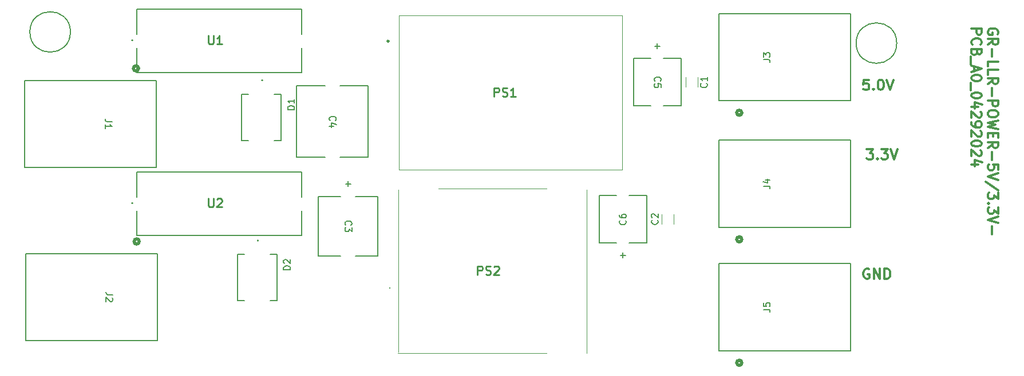
<source format=gbr>
%TF.GenerationSoftware,KiCad,Pcbnew,7.0.8*%
%TF.CreationDate,2024-04-29T16:46:21-06:00*%
%TF.ProjectId,GR-LRR-POWER-PCB-LOW-VOLTAGE,47522d4c-5252-42d5-904f-5745522d5043,rev?*%
%TF.SameCoordinates,Original*%
%TF.FileFunction,Legend,Top*%
%TF.FilePolarity,Positive*%
%FSLAX46Y46*%
G04 Gerber Fmt 4.6, Leading zero omitted, Abs format (unit mm)*
G04 Created by KiCad (PCBNEW 7.0.8) date 2024-04-29 16:46:21*
%MOMM*%
%LPD*%
G01*
G04 APERTURE LIST*
%ADD10C,0.200000*%
%ADD11C,0.300000*%
%ADD12C,0.150000*%
%ADD13C,0.254000*%
%ADD14C,0.152400*%
%ADD15C,0.100000*%
%ADD16C,0.508000*%
%ADD17C,0.120000*%
%ADD18C,0.127000*%
G04 APERTURE END LIST*
D10*
X238752400Y-112616800D02*
G75*
G03*
X238752400Y-112616800I-3000000J0D01*
G01*
X116527600Y-110965800D02*
G75*
G03*
X116527600Y-110965800I-3000000J0D01*
G01*
D11*
X253668742Y-111292225D02*
X253740171Y-111149368D01*
X253740171Y-111149368D02*
X253740171Y-110935082D01*
X253740171Y-110935082D02*
X253668742Y-110720796D01*
X253668742Y-110720796D02*
X253525885Y-110577939D01*
X253525885Y-110577939D02*
X253383028Y-110506510D01*
X253383028Y-110506510D02*
X253097314Y-110435082D01*
X253097314Y-110435082D02*
X252883028Y-110435082D01*
X252883028Y-110435082D02*
X252597314Y-110506510D01*
X252597314Y-110506510D02*
X252454457Y-110577939D01*
X252454457Y-110577939D02*
X252311600Y-110720796D01*
X252311600Y-110720796D02*
X252240171Y-110935082D01*
X252240171Y-110935082D02*
X252240171Y-111077939D01*
X252240171Y-111077939D02*
X252311600Y-111292225D01*
X252311600Y-111292225D02*
X252383028Y-111363653D01*
X252383028Y-111363653D02*
X252883028Y-111363653D01*
X252883028Y-111363653D02*
X252883028Y-111077939D01*
X252240171Y-112863653D02*
X252954457Y-112363653D01*
X252240171Y-112006510D02*
X253740171Y-112006510D01*
X253740171Y-112006510D02*
X253740171Y-112577939D01*
X253740171Y-112577939D02*
X253668742Y-112720796D01*
X253668742Y-112720796D02*
X253597314Y-112792225D01*
X253597314Y-112792225D02*
X253454457Y-112863653D01*
X253454457Y-112863653D02*
X253240171Y-112863653D01*
X253240171Y-112863653D02*
X253097314Y-112792225D01*
X253097314Y-112792225D02*
X253025885Y-112720796D01*
X253025885Y-112720796D02*
X252954457Y-112577939D01*
X252954457Y-112577939D02*
X252954457Y-112006510D01*
X252811600Y-113506510D02*
X252811600Y-114649368D01*
X252240171Y-116077939D02*
X252240171Y-115363653D01*
X252240171Y-115363653D02*
X253740171Y-115363653D01*
X252240171Y-117292225D02*
X252240171Y-116577939D01*
X252240171Y-116577939D02*
X253740171Y-116577939D01*
X252240171Y-118649368D02*
X252954457Y-118149368D01*
X252240171Y-117792225D02*
X253740171Y-117792225D01*
X253740171Y-117792225D02*
X253740171Y-118363654D01*
X253740171Y-118363654D02*
X253668742Y-118506511D01*
X253668742Y-118506511D02*
X253597314Y-118577940D01*
X253597314Y-118577940D02*
X253454457Y-118649368D01*
X253454457Y-118649368D02*
X253240171Y-118649368D01*
X253240171Y-118649368D02*
X253097314Y-118577940D01*
X253097314Y-118577940D02*
X253025885Y-118506511D01*
X253025885Y-118506511D02*
X252954457Y-118363654D01*
X252954457Y-118363654D02*
X252954457Y-117792225D01*
X252811600Y-119292225D02*
X252811600Y-120435083D01*
X252240171Y-121149368D02*
X253740171Y-121149368D01*
X253740171Y-121149368D02*
X253740171Y-121720797D01*
X253740171Y-121720797D02*
X253668742Y-121863654D01*
X253668742Y-121863654D02*
X253597314Y-121935083D01*
X253597314Y-121935083D02*
X253454457Y-122006511D01*
X253454457Y-122006511D02*
X253240171Y-122006511D01*
X253240171Y-122006511D02*
X253097314Y-121935083D01*
X253097314Y-121935083D02*
X253025885Y-121863654D01*
X253025885Y-121863654D02*
X252954457Y-121720797D01*
X252954457Y-121720797D02*
X252954457Y-121149368D01*
X253740171Y-122935083D02*
X253740171Y-123220797D01*
X253740171Y-123220797D02*
X253668742Y-123363654D01*
X253668742Y-123363654D02*
X253525885Y-123506511D01*
X253525885Y-123506511D02*
X253240171Y-123577940D01*
X253240171Y-123577940D02*
X252740171Y-123577940D01*
X252740171Y-123577940D02*
X252454457Y-123506511D01*
X252454457Y-123506511D02*
X252311600Y-123363654D01*
X252311600Y-123363654D02*
X252240171Y-123220797D01*
X252240171Y-123220797D02*
X252240171Y-122935083D01*
X252240171Y-122935083D02*
X252311600Y-122792226D01*
X252311600Y-122792226D02*
X252454457Y-122649368D01*
X252454457Y-122649368D02*
X252740171Y-122577940D01*
X252740171Y-122577940D02*
X253240171Y-122577940D01*
X253240171Y-122577940D02*
X253525885Y-122649368D01*
X253525885Y-122649368D02*
X253668742Y-122792226D01*
X253668742Y-122792226D02*
X253740171Y-122935083D01*
X253740171Y-124077940D02*
X252240171Y-124435083D01*
X252240171Y-124435083D02*
X253311600Y-124720797D01*
X253311600Y-124720797D02*
X252240171Y-125006512D01*
X252240171Y-125006512D02*
X253740171Y-125363655D01*
X253025885Y-125935083D02*
X253025885Y-126435083D01*
X252240171Y-126649369D02*
X252240171Y-125935083D01*
X252240171Y-125935083D02*
X253740171Y-125935083D01*
X253740171Y-125935083D02*
X253740171Y-126649369D01*
X252240171Y-128149369D02*
X252954457Y-127649369D01*
X252240171Y-127292226D02*
X253740171Y-127292226D01*
X253740171Y-127292226D02*
X253740171Y-127863655D01*
X253740171Y-127863655D02*
X253668742Y-128006512D01*
X253668742Y-128006512D02*
X253597314Y-128077941D01*
X253597314Y-128077941D02*
X253454457Y-128149369D01*
X253454457Y-128149369D02*
X253240171Y-128149369D01*
X253240171Y-128149369D02*
X253097314Y-128077941D01*
X253097314Y-128077941D02*
X253025885Y-128006512D01*
X253025885Y-128006512D02*
X252954457Y-127863655D01*
X252954457Y-127863655D02*
X252954457Y-127292226D01*
X252811600Y-128792226D02*
X252811600Y-129935084D01*
X253740171Y-131363655D02*
X253740171Y-130649369D01*
X253740171Y-130649369D02*
X253025885Y-130577941D01*
X253025885Y-130577941D02*
X253097314Y-130649369D01*
X253097314Y-130649369D02*
X253168742Y-130792227D01*
X253168742Y-130792227D02*
X253168742Y-131149369D01*
X253168742Y-131149369D02*
X253097314Y-131292227D01*
X253097314Y-131292227D02*
X253025885Y-131363655D01*
X253025885Y-131363655D02*
X252883028Y-131435084D01*
X252883028Y-131435084D02*
X252525885Y-131435084D01*
X252525885Y-131435084D02*
X252383028Y-131363655D01*
X252383028Y-131363655D02*
X252311600Y-131292227D01*
X252311600Y-131292227D02*
X252240171Y-131149369D01*
X252240171Y-131149369D02*
X252240171Y-130792227D01*
X252240171Y-130792227D02*
X252311600Y-130649369D01*
X252311600Y-130649369D02*
X252383028Y-130577941D01*
X253740171Y-131863655D02*
X252240171Y-132363655D01*
X252240171Y-132363655D02*
X253740171Y-132863655D01*
X253811600Y-134435083D02*
X251883028Y-133149369D01*
X253740171Y-134792226D02*
X253740171Y-135720798D01*
X253740171Y-135720798D02*
X253168742Y-135220798D01*
X253168742Y-135220798D02*
X253168742Y-135435083D01*
X253168742Y-135435083D02*
X253097314Y-135577941D01*
X253097314Y-135577941D02*
X253025885Y-135649369D01*
X253025885Y-135649369D02*
X252883028Y-135720798D01*
X252883028Y-135720798D02*
X252525885Y-135720798D01*
X252525885Y-135720798D02*
X252383028Y-135649369D01*
X252383028Y-135649369D02*
X252311600Y-135577941D01*
X252311600Y-135577941D02*
X252240171Y-135435083D01*
X252240171Y-135435083D02*
X252240171Y-135006512D01*
X252240171Y-135006512D02*
X252311600Y-134863655D01*
X252311600Y-134863655D02*
X252383028Y-134792226D01*
X252383028Y-136363654D02*
X252311600Y-136435083D01*
X252311600Y-136435083D02*
X252240171Y-136363654D01*
X252240171Y-136363654D02*
X252311600Y-136292226D01*
X252311600Y-136292226D02*
X252383028Y-136363654D01*
X252383028Y-136363654D02*
X252240171Y-136363654D01*
X253740171Y-136935083D02*
X253740171Y-137863655D01*
X253740171Y-137863655D02*
X253168742Y-137363655D01*
X253168742Y-137363655D02*
X253168742Y-137577940D01*
X253168742Y-137577940D02*
X253097314Y-137720798D01*
X253097314Y-137720798D02*
X253025885Y-137792226D01*
X253025885Y-137792226D02*
X252883028Y-137863655D01*
X252883028Y-137863655D02*
X252525885Y-137863655D01*
X252525885Y-137863655D02*
X252383028Y-137792226D01*
X252383028Y-137792226D02*
X252311600Y-137720798D01*
X252311600Y-137720798D02*
X252240171Y-137577940D01*
X252240171Y-137577940D02*
X252240171Y-137149369D01*
X252240171Y-137149369D02*
X252311600Y-137006512D01*
X252311600Y-137006512D02*
X252383028Y-136935083D01*
X253740171Y-138292226D02*
X252240171Y-138792226D01*
X252240171Y-138792226D02*
X253740171Y-139292226D01*
X252811600Y-139792225D02*
X252811600Y-140935083D01*
X249825171Y-110506510D02*
X251325171Y-110506510D01*
X251325171Y-110506510D02*
X251325171Y-111077939D01*
X251325171Y-111077939D02*
X251253742Y-111220796D01*
X251253742Y-111220796D02*
X251182314Y-111292225D01*
X251182314Y-111292225D02*
X251039457Y-111363653D01*
X251039457Y-111363653D02*
X250825171Y-111363653D01*
X250825171Y-111363653D02*
X250682314Y-111292225D01*
X250682314Y-111292225D02*
X250610885Y-111220796D01*
X250610885Y-111220796D02*
X250539457Y-111077939D01*
X250539457Y-111077939D02*
X250539457Y-110506510D01*
X249968028Y-112863653D02*
X249896600Y-112792225D01*
X249896600Y-112792225D02*
X249825171Y-112577939D01*
X249825171Y-112577939D02*
X249825171Y-112435082D01*
X249825171Y-112435082D02*
X249896600Y-112220796D01*
X249896600Y-112220796D02*
X250039457Y-112077939D01*
X250039457Y-112077939D02*
X250182314Y-112006510D01*
X250182314Y-112006510D02*
X250468028Y-111935082D01*
X250468028Y-111935082D02*
X250682314Y-111935082D01*
X250682314Y-111935082D02*
X250968028Y-112006510D01*
X250968028Y-112006510D02*
X251110885Y-112077939D01*
X251110885Y-112077939D02*
X251253742Y-112220796D01*
X251253742Y-112220796D02*
X251325171Y-112435082D01*
X251325171Y-112435082D02*
X251325171Y-112577939D01*
X251325171Y-112577939D02*
X251253742Y-112792225D01*
X251253742Y-112792225D02*
X251182314Y-112863653D01*
X250610885Y-114006510D02*
X250539457Y-114220796D01*
X250539457Y-114220796D02*
X250468028Y-114292225D01*
X250468028Y-114292225D02*
X250325171Y-114363653D01*
X250325171Y-114363653D02*
X250110885Y-114363653D01*
X250110885Y-114363653D02*
X249968028Y-114292225D01*
X249968028Y-114292225D02*
X249896600Y-114220796D01*
X249896600Y-114220796D02*
X249825171Y-114077939D01*
X249825171Y-114077939D02*
X249825171Y-113506510D01*
X249825171Y-113506510D02*
X251325171Y-113506510D01*
X251325171Y-113506510D02*
X251325171Y-114006510D01*
X251325171Y-114006510D02*
X251253742Y-114149368D01*
X251253742Y-114149368D02*
X251182314Y-114220796D01*
X251182314Y-114220796D02*
X251039457Y-114292225D01*
X251039457Y-114292225D02*
X250896600Y-114292225D01*
X250896600Y-114292225D02*
X250753742Y-114220796D01*
X250753742Y-114220796D02*
X250682314Y-114149368D01*
X250682314Y-114149368D02*
X250610885Y-114006510D01*
X250610885Y-114006510D02*
X250610885Y-113506510D01*
X249682314Y-114649368D02*
X249682314Y-115792225D01*
X250253742Y-116077939D02*
X250253742Y-116792225D01*
X249825171Y-115935082D02*
X251325171Y-116435082D01*
X251325171Y-116435082D02*
X249825171Y-116935082D01*
X251325171Y-117720796D02*
X251325171Y-117863653D01*
X251325171Y-117863653D02*
X251253742Y-118006510D01*
X251253742Y-118006510D02*
X251182314Y-118077939D01*
X251182314Y-118077939D02*
X251039457Y-118149367D01*
X251039457Y-118149367D02*
X250753742Y-118220796D01*
X250753742Y-118220796D02*
X250396600Y-118220796D01*
X250396600Y-118220796D02*
X250110885Y-118149367D01*
X250110885Y-118149367D02*
X249968028Y-118077939D01*
X249968028Y-118077939D02*
X249896600Y-118006510D01*
X249896600Y-118006510D02*
X249825171Y-117863653D01*
X249825171Y-117863653D02*
X249825171Y-117720796D01*
X249825171Y-117720796D02*
X249896600Y-117577939D01*
X249896600Y-117577939D02*
X249968028Y-117506510D01*
X249968028Y-117506510D02*
X250110885Y-117435081D01*
X250110885Y-117435081D02*
X250396600Y-117363653D01*
X250396600Y-117363653D02*
X250753742Y-117363653D01*
X250753742Y-117363653D02*
X251039457Y-117435081D01*
X251039457Y-117435081D02*
X251182314Y-117506510D01*
X251182314Y-117506510D02*
X251253742Y-117577939D01*
X251253742Y-117577939D02*
X251325171Y-117720796D01*
X249682314Y-118506510D02*
X249682314Y-119649367D01*
X251325171Y-120292224D02*
X251325171Y-120435081D01*
X251325171Y-120435081D02*
X251253742Y-120577938D01*
X251253742Y-120577938D02*
X251182314Y-120649367D01*
X251182314Y-120649367D02*
X251039457Y-120720795D01*
X251039457Y-120720795D02*
X250753742Y-120792224D01*
X250753742Y-120792224D02*
X250396600Y-120792224D01*
X250396600Y-120792224D02*
X250110885Y-120720795D01*
X250110885Y-120720795D02*
X249968028Y-120649367D01*
X249968028Y-120649367D02*
X249896600Y-120577938D01*
X249896600Y-120577938D02*
X249825171Y-120435081D01*
X249825171Y-120435081D02*
X249825171Y-120292224D01*
X249825171Y-120292224D02*
X249896600Y-120149367D01*
X249896600Y-120149367D02*
X249968028Y-120077938D01*
X249968028Y-120077938D02*
X250110885Y-120006509D01*
X250110885Y-120006509D02*
X250396600Y-119935081D01*
X250396600Y-119935081D02*
X250753742Y-119935081D01*
X250753742Y-119935081D02*
X251039457Y-120006509D01*
X251039457Y-120006509D02*
X251182314Y-120077938D01*
X251182314Y-120077938D02*
X251253742Y-120149367D01*
X251253742Y-120149367D02*
X251325171Y-120292224D01*
X250825171Y-122077938D02*
X249825171Y-122077938D01*
X251396600Y-121720795D02*
X250325171Y-121363652D01*
X250325171Y-121363652D02*
X250325171Y-122292223D01*
X251182314Y-122792223D02*
X251253742Y-122863651D01*
X251253742Y-122863651D02*
X251325171Y-123006509D01*
X251325171Y-123006509D02*
X251325171Y-123363651D01*
X251325171Y-123363651D02*
X251253742Y-123506509D01*
X251253742Y-123506509D02*
X251182314Y-123577937D01*
X251182314Y-123577937D02*
X251039457Y-123649366D01*
X251039457Y-123649366D02*
X250896600Y-123649366D01*
X250896600Y-123649366D02*
X250682314Y-123577937D01*
X250682314Y-123577937D02*
X249825171Y-122720794D01*
X249825171Y-122720794D02*
X249825171Y-123649366D01*
X249825171Y-124363651D02*
X249825171Y-124649365D01*
X249825171Y-124649365D02*
X249896600Y-124792222D01*
X249896600Y-124792222D02*
X249968028Y-124863651D01*
X249968028Y-124863651D02*
X250182314Y-125006508D01*
X250182314Y-125006508D02*
X250468028Y-125077937D01*
X250468028Y-125077937D02*
X251039457Y-125077937D01*
X251039457Y-125077937D02*
X251182314Y-125006508D01*
X251182314Y-125006508D02*
X251253742Y-124935080D01*
X251253742Y-124935080D02*
X251325171Y-124792222D01*
X251325171Y-124792222D02*
X251325171Y-124506508D01*
X251325171Y-124506508D02*
X251253742Y-124363651D01*
X251253742Y-124363651D02*
X251182314Y-124292222D01*
X251182314Y-124292222D02*
X251039457Y-124220794D01*
X251039457Y-124220794D02*
X250682314Y-124220794D01*
X250682314Y-124220794D02*
X250539457Y-124292222D01*
X250539457Y-124292222D02*
X250468028Y-124363651D01*
X250468028Y-124363651D02*
X250396600Y-124506508D01*
X250396600Y-124506508D02*
X250396600Y-124792222D01*
X250396600Y-124792222D02*
X250468028Y-124935080D01*
X250468028Y-124935080D02*
X250539457Y-125006508D01*
X250539457Y-125006508D02*
X250682314Y-125077937D01*
X251182314Y-125649365D02*
X251253742Y-125720793D01*
X251253742Y-125720793D02*
X251325171Y-125863651D01*
X251325171Y-125863651D02*
X251325171Y-126220793D01*
X251325171Y-126220793D02*
X251253742Y-126363651D01*
X251253742Y-126363651D02*
X251182314Y-126435079D01*
X251182314Y-126435079D02*
X251039457Y-126506508D01*
X251039457Y-126506508D02*
X250896600Y-126506508D01*
X250896600Y-126506508D02*
X250682314Y-126435079D01*
X250682314Y-126435079D02*
X249825171Y-125577936D01*
X249825171Y-125577936D02*
X249825171Y-126506508D01*
X251325171Y-127435079D02*
X251325171Y-127577936D01*
X251325171Y-127577936D02*
X251253742Y-127720793D01*
X251253742Y-127720793D02*
X251182314Y-127792222D01*
X251182314Y-127792222D02*
X251039457Y-127863650D01*
X251039457Y-127863650D02*
X250753742Y-127935079D01*
X250753742Y-127935079D02*
X250396600Y-127935079D01*
X250396600Y-127935079D02*
X250110885Y-127863650D01*
X250110885Y-127863650D02*
X249968028Y-127792222D01*
X249968028Y-127792222D02*
X249896600Y-127720793D01*
X249896600Y-127720793D02*
X249825171Y-127577936D01*
X249825171Y-127577936D02*
X249825171Y-127435079D01*
X249825171Y-127435079D02*
X249896600Y-127292222D01*
X249896600Y-127292222D02*
X249968028Y-127220793D01*
X249968028Y-127220793D02*
X250110885Y-127149364D01*
X250110885Y-127149364D02*
X250396600Y-127077936D01*
X250396600Y-127077936D02*
X250753742Y-127077936D01*
X250753742Y-127077936D02*
X251039457Y-127149364D01*
X251039457Y-127149364D02*
X251182314Y-127220793D01*
X251182314Y-127220793D02*
X251253742Y-127292222D01*
X251253742Y-127292222D02*
X251325171Y-127435079D01*
X251182314Y-128506507D02*
X251253742Y-128577935D01*
X251253742Y-128577935D02*
X251325171Y-128720793D01*
X251325171Y-128720793D02*
X251325171Y-129077935D01*
X251325171Y-129077935D02*
X251253742Y-129220793D01*
X251253742Y-129220793D02*
X251182314Y-129292221D01*
X251182314Y-129292221D02*
X251039457Y-129363650D01*
X251039457Y-129363650D02*
X250896600Y-129363650D01*
X250896600Y-129363650D02*
X250682314Y-129292221D01*
X250682314Y-129292221D02*
X249825171Y-128435078D01*
X249825171Y-128435078D02*
X249825171Y-129363650D01*
X250825171Y-130649364D02*
X249825171Y-130649364D01*
X251396600Y-130292221D02*
X250325171Y-129935078D01*
X250325171Y-129935078D02*
X250325171Y-130863649D01*
X234337653Y-128352828D02*
X235266225Y-128352828D01*
X235266225Y-128352828D02*
X234766225Y-128924257D01*
X234766225Y-128924257D02*
X234980510Y-128924257D01*
X234980510Y-128924257D02*
X235123368Y-128995685D01*
X235123368Y-128995685D02*
X235194796Y-129067114D01*
X235194796Y-129067114D02*
X235266225Y-129209971D01*
X235266225Y-129209971D02*
X235266225Y-129567114D01*
X235266225Y-129567114D02*
X235194796Y-129709971D01*
X235194796Y-129709971D02*
X235123368Y-129781400D01*
X235123368Y-129781400D02*
X234980510Y-129852828D01*
X234980510Y-129852828D02*
X234551939Y-129852828D01*
X234551939Y-129852828D02*
X234409082Y-129781400D01*
X234409082Y-129781400D02*
X234337653Y-129709971D01*
X235909081Y-129709971D02*
X235980510Y-129781400D01*
X235980510Y-129781400D02*
X235909081Y-129852828D01*
X235909081Y-129852828D02*
X235837653Y-129781400D01*
X235837653Y-129781400D02*
X235909081Y-129709971D01*
X235909081Y-129709971D02*
X235909081Y-129852828D01*
X236480510Y-128352828D02*
X237409082Y-128352828D01*
X237409082Y-128352828D02*
X236909082Y-128924257D01*
X236909082Y-128924257D02*
X237123367Y-128924257D01*
X237123367Y-128924257D02*
X237266225Y-128995685D01*
X237266225Y-128995685D02*
X237337653Y-129067114D01*
X237337653Y-129067114D02*
X237409082Y-129209971D01*
X237409082Y-129209971D02*
X237409082Y-129567114D01*
X237409082Y-129567114D02*
X237337653Y-129709971D01*
X237337653Y-129709971D02*
X237266225Y-129781400D01*
X237266225Y-129781400D02*
X237123367Y-129852828D01*
X237123367Y-129852828D02*
X236694796Y-129852828D01*
X236694796Y-129852828D02*
X236551939Y-129781400D01*
X236551939Y-129781400D02*
X236480510Y-129709971D01*
X237837653Y-128352828D02*
X238337653Y-129852828D01*
X238337653Y-129852828D02*
X238837653Y-128352828D01*
X234594796Y-118052828D02*
X233880510Y-118052828D01*
X233880510Y-118052828D02*
X233809082Y-118767114D01*
X233809082Y-118767114D02*
X233880510Y-118695685D01*
X233880510Y-118695685D02*
X234023368Y-118624257D01*
X234023368Y-118624257D02*
X234380510Y-118624257D01*
X234380510Y-118624257D02*
X234523368Y-118695685D01*
X234523368Y-118695685D02*
X234594796Y-118767114D01*
X234594796Y-118767114D02*
X234666225Y-118909971D01*
X234666225Y-118909971D02*
X234666225Y-119267114D01*
X234666225Y-119267114D02*
X234594796Y-119409971D01*
X234594796Y-119409971D02*
X234523368Y-119481400D01*
X234523368Y-119481400D02*
X234380510Y-119552828D01*
X234380510Y-119552828D02*
X234023368Y-119552828D01*
X234023368Y-119552828D02*
X233880510Y-119481400D01*
X233880510Y-119481400D02*
X233809082Y-119409971D01*
X235309081Y-119409971D02*
X235380510Y-119481400D01*
X235380510Y-119481400D02*
X235309081Y-119552828D01*
X235309081Y-119552828D02*
X235237653Y-119481400D01*
X235237653Y-119481400D02*
X235309081Y-119409971D01*
X235309081Y-119409971D02*
X235309081Y-119552828D01*
X236309082Y-118052828D02*
X236451939Y-118052828D01*
X236451939Y-118052828D02*
X236594796Y-118124257D01*
X236594796Y-118124257D02*
X236666225Y-118195685D01*
X236666225Y-118195685D02*
X236737653Y-118338542D01*
X236737653Y-118338542D02*
X236809082Y-118624257D01*
X236809082Y-118624257D02*
X236809082Y-118981400D01*
X236809082Y-118981400D02*
X236737653Y-119267114D01*
X236737653Y-119267114D02*
X236666225Y-119409971D01*
X236666225Y-119409971D02*
X236594796Y-119481400D01*
X236594796Y-119481400D02*
X236451939Y-119552828D01*
X236451939Y-119552828D02*
X236309082Y-119552828D01*
X236309082Y-119552828D02*
X236166225Y-119481400D01*
X236166225Y-119481400D02*
X236094796Y-119409971D01*
X236094796Y-119409971D02*
X236023367Y-119267114D01*
X236023367Y-119267114D02*
X235951939Y-118981400D01*
X235951939Y-118981400D02*
X235951939Y-118624257D01*
X235951939Y-118624257D02*
X236023367Y-118338542D01*
X236023367Y-118338542D02*
X236094796Y-118195685D01*
X236094796Y-118195685D02*
X236166225Y-118124257D01*
X236166225Y-118124257D02*
X236309082Y-118052828D01*
X237237653Y-118052828D02*
X237737653Y-119552828D01*
X237737653Y-119552828D02*
X238237653Y-118052828D01*
X234666225Y-146124257D02*
X234523368Y-146052828D01*
X234523368Y-146052828D02*
X234309082Y-146052828D01*
X234309082Y-146052828D02*
X234094796Y-146124257D01*
X234094796Y-146124257D02*
X233951939Y-146267114D01*
X233951939Y-146267114D02*
X233880510Y-146409971D01*
X233880510Y-146409971D02*
X233809082Y-146695685D01*
X233809082Y-146695685D02*
X233809082Y-146909971D01*
X233809082Y-146909971D02*
X233880510Y-147195685D01*
X233880510Y-147195685D02*
X233951939Y-147338542D01*
X233951939Y-147338542D02*
X234094796Y-147481400D01*
X234094796Y-147481400D02*
X234309082Y-147552828D01*
X234309082Y-147552828D02*
X234451939Y-147552828D01*
X234451939Y-147552828D02*
X234666225Y-147481400D01*
X234666225Y-147481400D02*
X234737653Y-147409971D01*
X234737653Y-147409971D02*
X234737653Y-146909971D01*
X234737653Y-146909971D02*
X234451939Y-146909971D01*
X235380510Y-147552828D02*
X235380510Y-146052828D01*
X235380510Y-146052828D02*
X236237653Y-147552828D01*
X236237653Y-147552828D02*
X236237653Y-146052828D01*
X236951939Y-147552828D02*
X236951939Y-146052828D01*
X236951939Y-146052828D02*
X237309082Y-146052828D01*
X237309082Y-146052828D02*
X237523368Y-146124257D01*
X237523368Y-146124257D02*
X237666225Y-146267114D01*
X237666225Y-146267114D02*
X237737654Y-146409971D01*
X237737654Y-146409971D02*
X237809082Y-146695685D01*
X237809082Y-146695685D02*
X237809082Y-146909971D01*
X237809082Y-146909971D02*
X237737654Y-147195685D01*
X237737654Y-147195685D02*
X237666225Y-147338542D01*
X237666225Y-147338542D02*
X237523368Y-147481400D01*
X237523368Y-147481400D02*
X237309082Y-147552828D01*
X237309082Y-147552828D02*
X236951939Y-147552828D01*
D12*
X198621580Y-138894666D02*
X198669200Y-138942285D01*
X198669200Y-138942285D02*
X198716819Y-139085142D01*
X198716819Y-139085142D02*
X198716819Y-139180380D01*
X198716819Y-139180380D02*
X198669200Y-139323237D01*
X198669200Y-139323237D02*
X198573961Y-139418475D01*
X198573961Y-139418475D02*
X198478723Y-139466094D01*
X198478723Y-139466094D02*
X198288247Y-139513713D01*
X198288247Y-139513713D02*
X198145390Y-139513713D01*
X198145390Y-139513713D02*
X197954914Y-139466094D01*
X197954914Y-139466094D02*
X197859676Y-139418475D01*
X197859676Y-139418475D02*
X197764438Y-139323237D01*
X197764438Y-139323237D02*
X197716819Y-139180380D01*
X197716819Y-139180380D02*
X197716819Y-139085142D01*
X197716819Y-139085142D02*
X197764438Y-138942285D01*
X197764438Y-138942285D02*
X197812057Y-138894666D01*
X197716819Y-138037523D02*
X197716819Y-138227999D01*
X197716819Y-138227999D02*
X197764438Y-138323237D01*
X197764438Y-138323237D02*
X197812057Y-138370856D01*
X197812057Y-138370856D02*
X197954914Y-138466094D01*
X197954914Y-138466094D02*
X198145390Y-138513713D01*
X198145390Y-138513713D02*
X198526342Y-138513713D01*
X198526342Y-138513713D02*
X198621580Y-138466094D01*
X198621580Y-138466094D02*
X198669200Y-138418475D01*
X198669200Y-138418475D02*
X198716819Y-138323237D01*
X198716819Y-138323237D02*
X198716819Y-138132761D01*
X198716819Y-138132761D02*
X198669200Y-138037523D01*
X198669200Y-138037523D02*
X198621580Y-137989904D01*
X198621580Y-137989904D02*
X198526342Y-137942285D01*
X198526342Y-137942285D02*
X198288247Y-137942285D01*
X198288247Y-137942285D02*
X198193009Y-137989904D01*
X198193009Y-137989904D02*
X198145390Y-138037523D01*
X198145390Y-138037523D02*
X198097771Y-138132761D01*
X198097771Y-138132761D02*
X198097771Y-138323237D01*
X198097771Y-138323237D02*
X198145390Y-138418475D01*
X198145390Y-138418475D02*
X198193009Y-138466094D01*
X198193009Y-138466094D02*
X198288247Y-138513713D01*
D13*
X176760856Y-146922318D02*
X176760856Y-145652318D01*
X176760856Y-145652318D02*
X177244666Y-145652318D01*
X177244666Y-145652318D02*
X177365618Y-145712794D01*
X177365618Y-145712794D02*
X177426095Y-145773270D01*
X177426095Y-145773270D02*
X177486571Y-145894222D01*
X177486571Y-145894222D02*
X177486571Y-146075651D01*
X177486571Y-146075651D02*
X177426095Y-146196603D01*
X177426095Y-146196603D02*
X177365618Y-146257080D01*
X177365618Y-146257080D02*
X177244666Y-146317556D01*
X177244666Y-146317556D02*
X176760856Y-146317556D01*
X177970380Y-146861842D02*
X178151809Y-146922318D01*
X178151809Y-146922318D02*
X178454190Y-146922318D01*
X178454190Y-146922318D02*
X178575142Y-146861842D01*
X178575142Y-146861842D02*
X178635618Y-146801365D01*
X178635618Y-146801365D02*
X178696095Y-146680413D01*
X178696095Y-146680413D02*
X178696095Y-146559461D01*
X178696095Y-146559461D02*
X178635618Y-146438508D01*
X178635618Y-146438508D02*
X178575142Y-146378032D01*
X178575142Y-146378032D02*
X178454190Y-146317556D01*
X178454190Y-146317556D02*
X178212285Y-146257080D01*
X178212285Y-146257080D02*
X178091333Y-146196603D01*
X178091333Y-146196603D02*
X178030856Y-146136127D01*
X178030856Y-146136127D02*
X177970380Y-146015175D01*
X177970380Y-146015175D02*
X177970380Y-145894222D01*
X177970380Y-145894222D02*
X178030856Y-145773270D01*
X178030856Y-145773270D02*
X178091333Y-145712794D01*
X178091333Y-145712794D02*
X178212285Y-145652318D01*
X178212285Y-145652318D02*
X178514666Y-145652318D01*
X178514666Y-145652318D02*
X178696095Y-145712794D01*
X179179904Y-145773270D02*
X179240380Y-145712794D01*
X179240380Y-145712794D02*
X179361333Y-145652318D01*
X179361333Y-145652318D02*
X179663714Y-145652318D01*
X179663714Y-145652318D02*
X179784666Y-145712794D01*
X179784666Y-145712794D02*
X179845142Y-145773270D01*
X179845142Y-145773270D02*
X179905619Y-145894222D01*
X179905619Y-145894222D02*
X179905619Y-146015175D01*
X179905619Y-146015175D02*
X179845142Y-146196603D01*
X179845142Y-146196603D02*
X179119428Y-146922318D01*
X179119428Y-146922318D02*
X179905619Y-146922318D01*
D12*
X219016819Y-152084332D02*
X219731104Y-152084332D01*
X219731104Y-152084332D02*
X219873961Y-152131951D01*
X219873961Y-152131951D02*
X219969200Y-152227189D01*
X219969200Y-152227189D02*
X220016819Y-152370046D01*
X220016819Y-152370046D02*
X220016819Y-152465284D01*
X219016819Y-151131951D02*
X219016819Y-151608141D01*
X219016819Y-151608141D02*
X219493009Y-151655760D01*
X219493009Y-151655760D02*
X219445390Y-151608141D01*
X219445390Y-151608141D02*
X219397771Y-151512903D01*
X219397771Y-151512903D02*
X219397771Y-151274808D01*
X219397771Y-151274808D02*
X219445390Y-151179570D01*
X219445390Y-151179570D02*
X219493009Y-151131951D01*
X219493009Y-151131951D02*
X219588247Y-151084332D01*
X219588247Y-151084332D02*
X219826342Y-151084332D01*
X219826342Y-151084332D02*
X219921580Y-151131951D01*
X219921580Y-151131951D02*
X219969200Y-151179570D01*
X219969200Y-151179570D02*
X220016819Y-151274808D01*
X220016819Y-151274808D02*
X220016819Y-151512903D01*
X220016819Y-151512903D02*
X219969200Y-151608141D01*
X219969200Y-151608141D02*
X219921580Y-151655760D01*
X219016819Y-115040332D02*
X219731104Y-115040332D01*
X219731104Y-115040332D02*
X219873961Y-115087951D01*
X219873961Y-115087951D02*
X219969200Y-115183189D01*
X219969200Y-115183189D02*
X220016819Y-115326046D01*
X220016819Y-115326046D02*
X220016819Y-115421284D01*
X219016819Y-114659379D02*
X219016819Y-114040332D01*
X219016819Y-114040332D02*
X219397771Y-114373665D01*
X219397771Y-114373665D02*
X219397771Y-114230808D01*
X219397771Y-114230808D02*
X219445390Y-114135570D01*
X219445390Y-114135570D02*
X219493009Y-114087951D01*
X219493009Y-114087951D02*
X219588247Y-114040332D01*
X219588247Y-114040332D02*
X219826342Y-114040332D01*
X219826342Y-114040332D02*
X219921580Y-114087951D01*
X219921580Y-114087951D02*
X219969200Y-114135570D01*
X219969200Y-114135570D02*
X220016819Y-114230808D01*
X220016819Y-114230808D02*
X220016819Y-114516522D01*
X220016819Y-114516522D02*
X219969200Y-114611760D01*
X219969200Y-114611760D02*
X219921580Y-114659379D01*
X154925619Y-124083333D02*
X154878000Y-124035714D01*
X154878000Y-124035714D02*
X154830380Y-123892857D01*
X154830380Y-123892857D02*
X154830380Y-123797619D01*
X154830380Y-123797619D02*
X154878000Y-123654762D01*
X154878000Y-123654762D02*
X154973238Y-123559524D01*
X154973238Y-123559524D02*
X155068476Y-123511905D01*
X155068476Y-123511905D02*
X155258952Y-123464286D01*
X155258952Y-123464286D02*
X155401809Y-123464286D01*
X155401809Y-123464286D02*
X155592285Y-123511905D01*
X155592285Y-123511905D02*
X155687523Y-123559524D01*
X155687523Y-123559524D02*
X155782761Y-123654762D01*
X155782761Y-123654762D02*
X155830380Y-123797619D01*
X155830380Y-123797619D02*
X155830380Y-123892857D01*
X155830380Y-123892857D02*
X155782761Y-124035714D01*
X155782761Y-124035714D02*
X155735142Y-124083333D01*
X155497047Y-124940476D02*
X154830380Y-124940476D01*
X155878000Y-124702381D02*
X155163714Y-124464286D01*
X155163714Y-124464286D02*
X155163714Y-125083333D01*
X202982419Y-118241333D02*
X202934800Y-118193714D01*
X202934800Y-118193714D02*
X202887180Y-118050857D01*
X202887180Y-118050857D02*
X202887180Y-117955619D01*
X202887180Y-117955619D02*
X202934800Y-117812762D01*
X202934800Y-117812762D02*
X203030038Y-117717524D01*
X203030038Y-117717524D02*
X203125276Y-117669905D01*
X203125276Y-117669905D02*
X203315752Y-117622286D01*
X203315752Y-117622286D02*
X203458609Y-117622286D01*
X203458609Y-117622286D02*
X203649085Y-117669905D01*
X203649085Y-117669905D02*
X203744323Y-117717524D01*
X203744323Y-117717524D02*
X203839561Y-117812762D01*
X203839561Y-117812762D02*
X203887180Y-117955619D01*
X203887180Y-117955619D02*
X203887180Y-118050857D01*
X203887180Y-118050857D02*
X203839561Y-118193714D01*
X203839561Y-118193714D02*
X203791942Y-118241333D01*
X203887180Y-119146095D02*
X203887180Y-118669905D01*
X203887180Y-118669905D02*
X203410990Y-118622286D01*
X203410990Y-118622286D02*
X203458609Y-118669905D01*
X203458609Y-118669905D02*
X203506228Y-118765143D01*
X203506228Y-118765143D02*
X203506228Y-119003238D01*
X203506228Y-119003238D02*
X203458609Y-119098476D01*
X203458609Y-119098476D02*
X203410990Y-119146095D01*
X203410990Y-119146095D02*
X203315752Y-119193714D01*
X203315752Y-119193714D02*
X203077657Y-119193714D01*
X203077657Y-119193714D02*
X202982419Y-119146095D01*
X202982419Y-119146095D02*
X202934800Y-119098476D01*
X202934800Y-119098476D02*
X202887180Y-119003238D01*
X202887180Y-119003238D02*
X202887180Y-118765143D01*
X202887180Y-118765143D02*
X202934800Y-118669905D01*
X202934800Y-118669905D02*
X202982419Y-118622286D01*
X203375580Y-138856166D02*
X203423200Y-138903785D01*
X203423200Y-138903785D02*
X203470819Y-139046642D01*
X203470819Y-139046642D02*
X203470819Y-139141880D01*
X203470819Y-139141880D02*
X203423200Y-139284737D01*
X203423200Y-139284737D02*
X203327961Y-139379975D01*
X203327961Y-139379975D02*
X203232723Y-139427594D01*
X203232723Y-139427594D02*
X203042247Y-139475213D01*
X203042247Y-139475213D02*
X202899390Y-139475213D01*
X202899390Y-139475213D02*
X202708914Y-139427594D01*
X202708914Y-139427594D02*
X202613676Y-139379975D01*
X202613676Y-139379975D02*
X202518438Y-139284737D01*
X202518438Y-139284737D02*
X202470819Y-139141880D01*
X202470819Y-139141880D02*
X202470819Y-139046642D01*
X202470819Y-139046642D02*
X202518438Y-138903785D01*
X202518438Y-138903785D02*
X202566057Y-138856166D01*
X202566057Y-138475213D02*
X202518438Y-138427594D01*
X202518438Y-138427594D02*
X202470819Y-138332356D01*
X202470819Y-138332356D02*
X202470819Y-138094261D01*
X202470819Y-138094261D02*
X202518438Y-137999023D01*
X202518438Y-137999023D02*
X202566057Y-137951404D01*
X202566057Y-137951404D02*
X202661295Y-137903785D01*
X202661295Y-137903785D02*
X202756533Y-137903785D01*
X202756533Y-137903785D02*
X202899390Y-137951404D01*
X202899390Y-137951404D02*
X203470819Y-138522832D01*
X203470819Y-138522832D02*
X203470819Y-137903785D01*
D13*
X136942380Y-111516318D02*
X136942380Y-112544413D01*
X136942380Y-112544413D02*
X137002857Y-112665365D01*
X137002857Y-112665365D02*
X137063333Y-112725842D01*
X137063333Y-112725842D02*
X137184285Y-112786318D01*
X137184285Y-112786318D02*
X137426190Y-112786318D01*
X137426190Y-112786318D02*
X137547142Y-112725842D01*
X137547142Y-112725842D02*
X137607619Y-112665365D01*
X137607619Y-112665365D02*
X137668095Y-112544413D01*
X137668095Y-112544413D02*
X137668095Y-111516318D01*
X138938095Y-112786318D02*
X138212380Y-112786318D01*
X138575237Y-112786318D02*
X138575237Y-111516318D01*
X138575237Y-111516318D02*
X138454285Y-111697746D01*
X138454285Y-111697746D02*
X138333333Y-111818699D01*
X138333333Y-111818699D02*
X138212380Y-111879175D01*
X136942380Y-135646318D02*
X136942380Y-136674413D01*
X136942380Y-136674413D02*
X137002857Y-136795365D01*
X137002857Y-136795365D02*
X137063333Y-136855842D01*
X137063333Y-136855842D02*
X137184285Y-136916318D01*
X137184285Y-136916318D02*
X137426190Y-136916318D01*
X137426190Y-136916318D02*
X137547142Y-136855842D01*
X137547142Y-136855842D02*
X137607619Y-136795365D01*
X137607619Y-136795365D02*
X137668095Y-136674413D01*
X137668095Y-136674413D02*
X137668095Y-135646318D01*
X138212380Y-135767270D02*
X138272856Y-135706794D01*
X138272856Y-135706794D02*
X138393809Y-135646318D01*
X138393809Y-135646318D02*
X138696190Y-135646318D01*
X138696190Y-135646318D02*
X138817142Y-135706794D01*
X138817142Y-135706794D02*
X138877618Y-135767270D01*
X138877618Y-135767270D02*
X138938095Y-135888222D01*
X138938095Y-135888222D02*
X138938095Y-136009175D01*
X138938095Y-136009175D02*
X138877618Y-136190603D01*
X138877618Y-136190603D02*
X138151904Y-136916318D01*
X138151904Y-136916318D02*
X138938095Y-136916318D01*
D12*
X149669419Y-122464194D02*
X148669419Y-122464194D01*
X148669419Y-122464194D02*
X148669419Y-122226099D01*
X148669419Y-122226099D02*
X148717038Y-122083242D01*
X148717038Y-122083242D02*
X148812276Y-121988004D01*
X148812276Y-121988004D02*
X148907514Y-121940385D01*
X148907514Y-121940385D02*
X149097990Y-121892766D01*
X149097990Y-121892766D02*
X149240847Y-121892766D01*
X149240847Y-121892766D02*
X149431323Y-121940385D01*
X149431323Y-121940385D02*
X149526561Y-121988004D01*
X149526561Y-121988004D02*
X149621800Y-122083242D01*
X149621800Y-122083242D02*
X149669419Y-122226099D01*
X149669419Y-122226099D02*
X149669419Y-122464194D01*
X149669419Y-120940385D02*
X149669419Y-121511813D01*
X149669419Y-121226099D02*
X148669419Y-121226099D01*
X148669419Y-121226099D02*
X148812276Y-121321337D01*
X148812276Y-121321337D02*
X148907514Y-121416575D01*
X148907514Y-121416575D02*
X148955133Y-121511813D01*
X219016819Y-133796332D02*
X219731104Y-133796332D01*
X219731104Y-133796332D02*
X219873961Y-133843951D01*
X219873961Y-133843951D02*
X219969200Y-133939189D01*
X219969200Y-133939189D02*
X220016819Y-134082046D01*
X220016819Y-134082046D02*
X220016819Y-134177284D01*
X219350152Y-132891570D02*
X220016819Y-132891570D01*
X218969200Y-133129665D02*
X219683485Y-133367760D01*
X219683485Y-133367760D02*
X219683485Y-132748713D01*
D13*
X179219256Y-120506318D02*
X179219256Y-119236318D01*
X179219256Y-119236318D02*
X179703066Y-119236318D01*
X179703066Y-119236318D02*
X179824018Y-119296794D01*
X179824018Y-119296794D02*
X179884495Y-119357270D01*
X179884495Y-119357270D02*
X179944971Y-119478222D01*
X179944971Y-119478222D02*
X179944971Y-119659651D01*
X179944971Y-119659651D02*
X179884495Y-119780603D01*
X179884495Y-119780603D02*
X179824018Y-119841080D01*
X179824018Y-119841080D02*
X179703066Y-119901556D01*
X179703066Y-119901556D02*
X179219256Y-119901556D01*
X180428780Y-120445842D02*
X180610209Y-120506318D01*
X180610209Y-120506318D02*
X180912590Y-120506318D01*
X180912590Y-120506318D02*
X181033542Y-120445842D01*
X181033542Y-120445842D02*
X181094018Y-120385365D01*
X181094018Y-120385365D02*
X181154495Y-120264413D01*
X181154495Y-120264413D02*
X181154495Y-120143461D01*
X181154495Y-120143461D02*
X181094018Y-120022508D01*
X181094018Y-120022508D02*
X181033542Y-119962032D01*
X181033542Y-119962032D02*
X180912590Y-119901556D01*
X180912590Y-119901556D02*
X180670685Y-119841080D01*
X180670685Y-119841080D02*
X180549733Y-119780603D01*
X180549733Y-119780603D02*
X180489256Y-119720127D01*
X180489256Y-119720127D02*
X180428780Y-119599175D01*
X180428780Y-119599175D02*
X180428780Y-119478222D01*
X180428780Y-119478222D02*
X180489256Y-119357270D01*
X180489256Y-119357270D02*
X180549733Y-119296794D01*
X180549733Y-119296794D02*
X180670685Y-119236318D01*
X180670685Y-119236318D02*
X180973066Y-119236318D01*
X180973066Y-119236318D02*
X181154495Y-119296794D01*
X182364019Y-120506318D02*
X181638304Y-120506318D01*
X182001161Y-120506318D02*
X182001161Y-119236318D01*
X182001161Y-119236318D02*
X181880209Y-119417746D01*
X181880209Y-119417746D02*
X181759257Y-119538699D01*
X181759257Y-119538699D02*
X181638304Y-119599175D01*
D12*
X149059819Y-146197094D02*
X148059819Y-146197094D01*
X148059819Y-146197094D02*
X148059819Y-145958999D01*
X148059819Y-145958999D02*
X148107438Y-145816142D01*
X148107438Y-145816142D02*
X148202676Y-145720904D01*
X148202676Y-145720904D02*
X148297914Y-145673285D01*
X148297914Y-145673285D02*
X148488390Y-145625666D01*
X148488390Y-145625666D02*
X148631247Y-145625666D01*
X148631247Y-145625666D02*
X148821723Y-145673285D01*
X148821723Y-145673285D02*
X148916961Y-145720904D01*
X148916961Y-145720904D02*
X149012200Y-145816142D01*
X149012200Y-145816142D02*
X149059819Y-145958999D01*
X149059819Y-145958999D02*
X149059819Y-146197094D01*
X148155057Y-145244713D02*
X148107438Y-145197094D01*
X148107438Y-145197094D02*
X148059819Y-145101856D01*
X148059819Y-145101856D02*
X148059819Y-144863761D01*
X148059819Y-144863761D02*
X148107438Y-144768523D01*
X148107438Y-144768523D02*
X148155057Y-144720904D01*
X148155057Y-144720904D02*
X148250295Y-144673285D01*
X148250295Y-144673285D02*
X148345533Y-144673285D01*
X148345533Y-144673285D02*
X148488390Y-144720904D01*
X148488390Y-144720904D02*
X149059819Y-145292332D01*
X149059819Y-145292332D02*
X149059819Y-144673285D01*
X210631580Y-118574666D02*
X210679200Y-118622285D01*
X210679200Y-118622285D02*
X210726819Y-118765142D01*
X210726819Y-118765142D02*
X210726819Y-118860380D01*
X210726819Y-118860380D02*
X210679200Y-119003237D01*
X210679200Y-119003237D02*
X210583961Y-119098475D01*
X210583961Y-119098475D02*
X210488723Y-119146094D01*
X210488723Y-119146094D02*
X210298247Y-119193713D01*
X210298247Y-119193713D02*
X210155390Y-119193713D01*
X210155390Y-119193713D02*
X209964914Y-119146094D01*
X209964914Y-119146094D02*
X209869676Y-119098475D01*
X209869676Y-119098475D02*
X209774438Y-119003237D01*
X209774438Y-119003237D02*
X209726819Y-118860380D01*
X209726819Y-118860380D02*
X209726819Y-118765142D01*
X209726819Y-118765142D02*
X209774438Y-118622285D01*
X209774438Y-118622285D02*
X209822057Y-118574666D01*
X210726819Y-117622285D02*
X210726819Y-118193713D01*
X210726819Y-117907999D02*
X209726819Y-117907999D01*
X209726819Y-117907999D02*
X209869676Y-118003237D01*
X209869676Y-118003237D02*
X209964914Y-118098475D01*
X209964914Y-118098475D02*
X210012533Y-118193713D01*
X122770180Y-149908067D02*
X122055895Y-149908067D01*
X122055895Y-149908067D02*
X121913038Y-149860448D01*
X121913038Y-149860448D02*
X121817800Y-149765210D01*
X121817800Y-149765210D02*
X121770180Y-149622353D01*
X121770180Y-149622353D02*
X121770180Y-149527115D01*
X122674942Y-150336639D02*
X122722561Y-150384258D01*
X122722561Y-150384258D02*
X122770180Y-150479496D01*
X122770180Y-150479496D02*
X122770180Y-150717591D01*
X122770180Y-150717591D02*
X122722561Y-150812829D01*
X122722561Y-150812829D02*
X122674942Y-150860448D01*
X122674942Y-150860448D02*
X122579704Y-150908067D01*
X122579704Y-150908067D02*
X122484466Y-150908067D01*
X122484466Y-150908067D02*
X122341609Y-150860448D01*
X122341609Y-150860448D02*
X121770180Y-150289020D01*
X121770180Y-150289020D02*
X121770180Y-150908067D01*
X157237019Y-139590033D02*
X157189400Y-139542414D01*
X157189400Y-139542414D02*
X157141780Y-139399557D01*
X157141780Y-139399557D02*
X157141780Y-139304319D01*
X157141780Y-139304319D02*
X157189400Y-139161462D01*
X157189400Y-139161462D02*
X157284638Y-139066224D01*
X157284638Y-139066224D02*
X157379876Y-139018605D01*
X157379876Y-139018605D02*
X157570352Y-138970986D01*
X157570352Y-138970986D02*
X157713209Y-138970986D01*
X157713209Y-138970986D02*
X157903685Y-139018605D01*
X157903685Y-139018605D02*
X157998923Y-139066224D01*
X157998923Y-139066224D02*
X158094161Y-139161462D01*
X158094161Y-139161462D02*
X158141780Y-139304319D01*
X158141780Y-139304319D02*
X158141780Y-139399557D01*
X158141780Y-139399557D02*
X158094161Y-139542414D01*
X158094161Y-139542414D02*
X158046542Y-139590033D01*
X158141780Y-139923367D02*
X158141780Y-140542414D01*
X158141780Y-140542414D02*
X157760828Y-140209081D01*
X157760828Y-140209081D02*
X157760828Y-140351938D01*
X157760828Y-140351938D02*
X157713209Y-140447176D01*
X157713209Y-140447176D02*
X157665590Y-140494795D01*
X157665590Y-140494795D02*
X157570352Y-140542414D01*
X157570352Y-140542414D02*
X157332257Y-140542414D01*
X157332257Y-140542414D02*
X157237019Y-140494795D01*
X157237019Y-140494795D02*
X157189400Y-140447176D01*
X157189400Y-140447176D02*
X157141780Y-140351938D01*
X157141780Y-140351938D02*
X157141780Y-140066224D01*
X157141780Y-140066224D02*
X157189400Y-139970986D01*
X157189400Y-139970986D02*
X157237019Y-139923367D01*
X122668381Y-124259566D02*
X121954096Y-124259566D01*
X121954096Y-124259566D02*
X121811239Y-124211947D01*
X121811239Y-124211947D02*
X121716001Y-124116709D01*
X121716001Y-124116709D02*
X121668381Y-123973852D01*
X121668381Y-123973852D02*
X121668381Y-123878614D01*
X121668381Y-125259566D02*
X121668381Y-124688138D01*
X121668381Y-124973852D02*
X122668381Y-124973852D01*
X122668381Y-124973852D02*
X122525524Y-124878614D01*
X122525524Y-124878614D02*
X122430286Y-124783376D01*
X122430286Y-124783376D02*
X122382667Y-124688138D01*
D14*
%TO.C,C6*%
X197881000Y-144049300D02*
X198643000Y-144049300D01*
X198262000Y-143668300D02*
X198262000Y-144430300D01*
X194731400Y-142258600D02*
X197332360Y-142258600D01*
X199191640Y-142258600D02*
X201792600Y-142258600D01*
X201792600Y-142258600D02*
X201792600Y-135197400D01*
X194731400Y-135197400D02*
X194731400Y-142258600D01*
X197332360Y-135197400D02*
X194731400Y-135197400D01*
X201792600Y-135197400D02*
X199191640Y-135197400D01*
D15*
%TO.C,PS2*%
X192908000Y-158548000D02*
X192908000Y-134348000D01*
X186958000Y-158548000D02*
X164958000Y-158548000D01*
X186958000Y-134148000D02*
X170958000Y-134148000D01*
X165008000Y-158348000D02*
X165008000Y-134348000D01*
X163798000Y-148888000D02*
X163798000Y-148888000D01*
X163698000Y-148888000D02*
X163698000Y-148888000D01*
X163698000Y-148888000D02*
G75*
G03*
X163798000Y-148888000I50000J0D01*
G01*
X163798000Y-148888000D02*
G75*
G03*
X163698000Y-148888000I-50000J0D01*
G01*
D14*
%TO.C,J5*%
X212435001Y-158202599D02*
X231891401Y-158202599D01*
X231891401Y-158202599D02*
X231891401Y-145299399D01*
X212435001Y-145299399D02*
X212435001Y-158202599D01*
X231891401Y-145299399D02*
X212435001Y-145299399D01*
D16*
X215843001Y-159980599D02*
G75*
G03*
X215843001Y-159980599I-381000J0D01*
G01*
D14*
%TO.C,J3*%
X212435001Y-121158599D02*
X231891401Y-121158599D01*
X231891401Y-121158599D02*
X231891401Y-108255399D01*
X212435001Y-108255399D02*
X212435001Y-121158599D01*
X231891401Y-108255399D02*
X212435001Y-108255399D01*
D16*
X215843001Y-122936599D02*
G75*
G03*
X215843001Y-122936599I-381000J0D01*
G01*
D14*
%TO.C,C4*%
X160568400Y-118966800D02*
X156367240Y-118966800D01*
X154203160Y-118966800D02*
X150002000Y-118966800D01*
X150002000Y-118966800D02*
X150002000Y-129533200D01*
X160568400Y-129533200D02*
X160568400Y-118966800D01*
X156367240Y-129533200D02*
X160568400Y-129533200D01*
X150002000Y-129533200D02*
X154203160Y-129533200D01*
%TO.C,C5*%
X203723000Y-113086700D02*
X202961000Y-113086700D01*
X203342000Y-113467700D02*
X203342000Y-112705700D01*
X206872600Y-114877400D02*
X204271640Y-114877400D01*
X202412360Y-114877400D02*
X199811400Y-114877400D01*
X199811400Y-114877400D02*
X199811400Y-121938600D01*
X206872600Y-121938600D02*
X206872600Y-114877400D01*
X204271640Y-121938600D02*
X206872600Y-121938600D01*
X199811400Y-121938600D02*
X202412360Y-121938600D01*
D17*
%TO.C,C2*%
X203956000Y-139400752D02*
X203956000Y-137978248D01*
X205776000Y-139400752D02*
X205776000Y-137978248D01*
D10*
%TO.C,U1*%
X126372000Y-107612000D02*
X126372000Y-111289000D01*
X126372000Y-107612000D02*
X150772000Y-107612000D01*
X126372000Y-117012000D02*
X126372000Y-113335000D01*
X150772000Y-107612000D02*
X150772000Y-111289000D01*
X150772000Y-117012000D02*
X126372000Y-117012000D01*
X150772000Y-117012000D02*
X150772000Y-113335000D01*
X125751490Y-112199000D02*
G75*
G03*
X125751490Y-112199000I-66490J0D01*
G01*
%TO.C,U2*%
X126372000Y-131742000D02*
X126372000Y-135419000D01*
X126372000Y-131742000D02*
X150772000Y-131742000D01*
X126372000Y-141142000D02*
X126372000Y-137465000D01*
X150772000Y-131742000D02*
X150772000Y-135419000D01*
X150772000Y-141142000D02*
X126372000Y-141142000D01*
X150772000Y-141142000D02*
X150772000Y-137465000D01*
X125751490Y-136329000D02*
G75*
G03*
X125751490Y-136329000I-66490J0D01*
G01*
D18*
%TO.C,D1*%
X147722100Y-120203600D02*
X147722100Y-127058600D01*
X146669600Y-120203600D02*
X147722100Y-120203600D01*
X142869600Y-120203600D02*
X141817100Y-120203600D01*
X141817100Y-120203600D02*
X141817100Y-127058600D01*
X147722100Y-127058600D02*
X146669600Y-127058600D01*
X141817100Y-127058600D02*
X142869600Y-127058600D01*
D10*
X144969600Y-118131100D02*
G75*
G03*
X144969600Y-118131100I-100000J0D01*
G01*
D14*
%TO.C,J4*%
X212435001Y-139914599D02*
X231891401Y-139914599D01*
X231891401Y-139914599D02*
X231891401Y-127011399D01*
X212435001Y-127011399D02*
X212435001Y-139914599D01*
X231891401Y-127011399D02*
X212435001Y-127011399D01*
D16*
X215843001Y-141692599D02*
G75*
G03*
X215843001Y-141692599I-381000J0D01*
G01*
D11*
%TO.C,PS1*%
X163411400Y-112312000D02*
X163411400Y-112312000D01*
X163611400Y-112312000D02*
X163611400Y-112312000D01*
D15*
X165111400Y-108482000D02*
X198111400Y-108482000D01*
X165111400Y-131362000D02*
X165111400Y-108482000D01*
X198111400Y-108482000D02*
X198111400Y-131362000D01*
X198111400Y-131362000D02*
X165111400Y-131362000D01*
D11*
X163611400Y-112312000D02*
G75*
G03*
X163411400Y-112312000I-100000J0D01*
G01*
X163411400Y-112312000D02*
G75*
G03*
X163611400Y-112312000I100000J0D01*
G01*
D18*
%TO.C,D2*%
X147112500Y-143936500D02*
X147112500Y-150791500D01*
X146060000Y-143936500D02*
X147112500Y-143936500D01*
X142260000Y-143936500D02*
X141207500Y-143936500D01*
X141207500Y-143936500D02*
X141207500Y-150791500D01*
X147112500Y-150791500D02*
X146060000Y-150791500D01*
X141207500Y-150791500D02*
X142260000Y-150791500D01*
D10*
X144360000Y-141864000D02*
G75*
G03*
X144360000Y-141864000I-100000J0D01*
G01*
D17*
%TO.C,C1*%
X209332000Y-117696748D02*
X209332000Y-119119252D01*
X207512000Y-117696748D02*
X207512000Y-119119252D01*
D14*
%TO.C,J2*%
X129351999Y-143789801D02*
X109895599Y-143789801D01*
X109895599Y-143789801D02*
X109895599Y-156693001D01*
X129351999Y-156693001D02*
X129351999Y-143789801D01*
X109895599Y-156693001D02*
X129351999Y-156693001D01*
D16*
X126705999Y-142011801D02*
G75*
G03*
X126705999Y-142011801I-381000J0D01*
G01*
D14*
%TO.C,C3*%
X157977600Y-133482900D02*
X157215600Y-133482900D01*
X157596600Y-133863900D02*
X157596600Y-133101900D01*
X161978100Y-135375200D02*
X158678640Y-135375200D01*
X156514560Y-135375200D02*
X153215100Y-135375200D01*
X153215100Y-135375200D02*
X153215100Y-144138200D01*
X161978100Y-144138200D02*
X161978100Y-135375200D01*
X158678640Y-144138200D02*
X161978100Y-144138200D01*
X153215100Y-144138200D02*
X156514560Y-144138200D01*
%TO.C,J1*%
X129250200Y-118141300D02*
X109793800Y-118141300D01*
X109793800Y-118141300D02*
X109793800Y-131044500D01*
X129250200Y-131044500D02*
X129250200Y-118141300D01*
X109793800Y-131044500D02*
X129250200Y-131044500D01*
D16*
X126604200Y-116363300D02*
G75*
G03*
X126604200Y-116363300I-381000J0D01*
G01*
%TD*%
M02*

</source>
